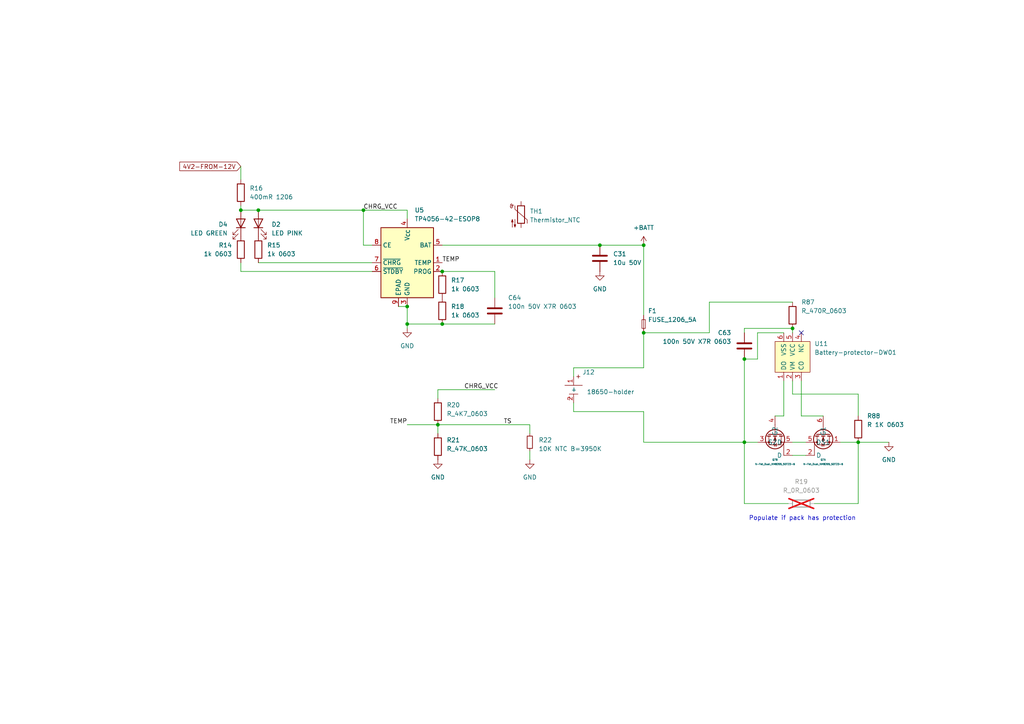
<source format=kicad_sch>
(kicad_sch (version 20250114) (generator "eeschema") (generator_version "9.0")
  (paper "A4")
  (lib_symbols
    (symbol "Battery_Management:TP4056-42-ESOP8"
      (property "Reference" "U" (at -6.604 11.684 0))
      (property "Value" "TP4056-42-ESOP8" (at 10.16 11.684 0))
      (symbol "TP4056-42-ESOP8_1_0"
        (pin input line (at -10.16 5.08 0) (length 2.54) (name "CE") (number "8"))
        (pin open_collector line (at -10.16 0 0) (length 2.54) (name "~{CHRG}") (number "7"))
        (pin open_collector line (at -10.16 -2.54 0) (length 2.54) (name "~{STDBY}") (number "6"))
        (pin passive line (at -2.54 -12.7 90) (length 2.54) (name "EPAD") (number "9"))
        (pin power_in line (at 0 12.7 270) (length 2.54) (name "V_{CC}") (number "4"))
        (pin power_in line (at 0 -12.7 90) (length 2.54) (name "GND") (number "3"))
        (pin power_out line (at 10.16 5.08 180) (length 2.54) (name "BAT") (number "5"))
        (pin input line (at 10.16 0 180) (length 2.54) (name "TEMP") (number "1"))
        (pin passive line (at 10.16 -2.54 180) (length 2.54) (name "PROG") (number "2"))
      )
      (symbol "TP4056-42-ESOP8_1_1"
        (rectangle (start -7.62 10.16) (end 7.62 -10.16) (stroke (width 0.254)) (fill (type background)))
      )
    )
    (symbol "Device:C" (pin_numbers (hide yes)) (pin_names (offset 0.254))
      (property "Reference" "C" (at 0.635 2.54 0))
      (property "Value" "C" (at 0.635 -2.54 0))
      (symbol "C_0_1"
        (polyline (pts (xy -2.032 0.762) (xy 2.032 0.762)) (stroke (width 0.508)))
        (polyline (pts (xy -2.032 -0.762) (xy 2.032 -0.762)) (stroke (width 0.508)))
      )
      (symbol "C_1_1"
        (pin passive line (at 0 3.81 270) (length 2.794) (name "~") (number "1"))
        (pin passive line (at 0 -3.81 90) (length 2.794) (name "~") (number "2"))
      )
    )
    (symbol "Device:LED" (pin_numbers (hide yes)) (pin_names (offset 1.016) (hide yes))
      (property "Reference" "D" (at 0 2.54 0))
      (property "Value" "LED" (at 0 -2.54 0))
      (symbol "LED_0_1"
        (polyline (pts (xy -3.048 -0.762) (xy -4.572 -2.286) (xy -3.81 -2.286) (xy -4.572 -2.286) (xy -4.572 -1.524)))
        (polyline (pts (xy -1.778 -0.762) (xy -3.302 -2.286) (xy -2.54 -2.286) (xy -3.302 -2.286) (xy -3.302 -1.524)))
        (polyline (pts (xy -1.27 0) (xy 1.27 0)))
        (polyline (pts (xy -1.27 -1.27) (xy -1.27 1.27)) (stroke (width 0.254)))
        (polyline (pts (xy 1.27 -1.27) (xy 1.27 1.27) (xy -1.27 0) (xy 1.27 -1.27)) (stroke (width 0.254)))
      )
      (symbol "LED_1_1"
        (pin passive line (at -3.81 0 0) (length 2.54) (name "K") (number "1"))
        (pin passive line (at 3.81 0 180) (length 2.54) (name "A") (number "2"))
      )
    )
    (symbol "Device:R" (pin_numbers (hide yes)) (pin_names (offset 0))
      (property "Reference" "R" (at 2.032 0 90))
      (property "Value" "R" (at 0 0 90))
      (symbol "R_0_1"
        (rectangle (start -1.016 -2.54) (end 1.016 2.54) (stroke (width 0.254)))
      )
      (symbol "R_1_1"
        (pin passive line (at 0 3.81 270) (length 1.27) (name "~") (number "1"))
        (pin passive line (at 0 -3.81 90) (length 1.27) (name "~") (number "2"))
      )
    )
    (symbol "Device:R_Small" (pin_numbers (hide yes)) (pin_names (offset 0.254) (hide yes))
      (property "Reference" "R" (at 0.762 0.508 0))
      (property "Value" "R_Small" (at 0.762 -1.016 0))
      (symbol "R_Small_0_1"
        (rectangle (start -0.762 1.778) (end 0.762 -1.778) (stroke (width 0.2032)))
      )
      (symbol "R_Small_1_1"
        (pin passive line (at 0 2.54 270) (length 0.762) (name "~") (number "1"))
        (pin passive line (at 0 -2.54 90) (length 0.762) (name "~") (number "2"))
      )
    )
    (symbol "Device:Thermistor_NTC" (pin_numbers (hide yes)) (pin_names (offset 0))
      (property "Reference" "TH" (at -4.445 0 90))
      (property "Value" "Thermistor_NTC" (at 3.175 0 90))
      (symbol "Thermistor_NTC_0_1"
        (arc (start -3.175 2.413) (mid -3.0506 2.3165) (end -3.048 2.159))
        (arc (start -3.048 2.794) (mid -2.9736 2.9736) (end -2.794 3.048))
        (arc (start -2.794 3.048) (mid -2.6144 2.9736) (end -2.54 2.794))
        (arc (start -2.794 2.54) (mid -2.9736 2.6144) (end -3.048 2.794))
        (arc (start -2.794 1.905) (mid -2.9736 1.9794) (end -3.048 2.159))
        (arc (start -2.54 2.159) (mid -2.6144 1.9794) (end -2.794 1.905))
        (arc (start -2.159 2.794) (mid -2.434 2.5608) (end -2.794 2.54))
        (polyline (pts (xy -2.54 2.159) (xy -2.54 2.794)))
        (polyline (pts (xy -2.54 -3.683) (xy -2.54 -1.397) (xy -2.794 -2.159) (xy -2.286 -2.159) (xy -2.54 -1.397) (xy -2.54 -1.651)) (fill (type outline)))
        (polyline (pts (xy -1.778 2.54) (xy -1.778 1.524) (xy 1.778 -1.524) (xy 1.778 -2.54)))
        (polyline (pts (xy -1.778 -1.397) (xy -1.778 -3.683) (xy -2.032 -2.921) (xy -1.524 -2.921) (xy -1.778 -3.683) (xy -1.778 -3.429)) (fill (type outline)))
        (rectangle (start -1.016 2.54) (end 1.016 -2.54) (stroke (width 0.254)))
      )
      (symbol "Thermistor_NTC_1_1"
        (pin passive line (at 0 3.81 270) (length 1.27) (name "~") (number "1"))
        (pin passive line (at 0 -3.81 90) (length 1.27) (name "~") (number "2"))
      )
    )
    (symbol "Skrubis:100n 50V X7R 0603" (pin_numbers (hide yes)) (pin_names (offset 0.254))
      (property "Reference" "C?" (at -3.81 1.27 0))
      (property "Value" "100n 50V X7R 0603" (at -3.81 -1.27 0))
      (property "LCSC" "C314282" (at -5.08 0 0))
      (property "Stock" "N" (at -7.62 0 0))
      (symbol "100n 50V X7R 0603_0_1"
        (polyline (pts (xy -2.032 0.762) (xy 2.032 0.762)) (stroke (width 0.508)))
        (polyline (pts (xy -2.032 -0.762) (xy 2.032 -0.762)) (stroke (width 0.508)))
      )
      (symbol "100n 50V X7R 0603_1_1"
        (pin passive line (at 0 3.81 270) (length 2.794) (name "~") (number "1"))
        (pin passive line (at 0 -3.81 90) (length 2.794) (name "~") (number "2"))
      )
    )
    (symbol "Skrubis:Battery-protector-DW01"
      (property "Reference" "U" (at 0 10.16 0))
      (property "Value" "Battery-protector-DW01" (at 0 7.62 0))
      (property "LCSC" "C917079" (at 0 0 0))
      (property "STOCK" "N" (at 0 0 0))
      (symbol "Battery-protector-DW01_0_1"
        (rectangle (start -3.81 6.35) (end 5.08 -3.81) (fill (type background)))
      )
      (symbol "Battery-protector-DW01_1_1"
        (pin passive line (at -6.35 3.81 0) (length 2.54) (name "DO") (number "1"))
        (pin passive line (at -6.35 1.27 0) (length 2.54) (name "VM") (number "2"))
        (pin passive line (at -6.35 -1.27 0) (length 2.54) (name "CO") (number "3"))
        (pin passive line (at 7.62 3.81 180) (length 2.54) (name "VSS") (number "6"))
        (pin passive line (at 7.62 1.27 180) (length 2.54) (name "VCC") (number "5"))
        (pin passive line (at 7.62 -1.27 180) (length 2.54) (name "NC") (number "4"))
      )
    )
    (symbol "Skrubis:FUSE_1206_5A" (pin_numbers (hide yes)) (pin_names (offset 0.254) (hide yes))
      (property "Reference" "F?" (at 0 -5.08 0))
      (property "Value" "FUSE_1206_5A" (at 0 -2.54 0))
      (property "LCSC" "C136351" (at 0 2.54 0))
      (property "STOCK" "N" (at 0 0 0))
      (symbol "FUSE_1206_5A_0_1"
        (rectangle (start -1.27 0.508) (end 1.27 -0.508))
        (polyline (pts (xy -1.27 0) (xy 1.27 0)))
      )
      (symbol "FUSE_1206_5A_1_1"
        (pin passive line (at -2.54 0 0) (length 1.27) (name "~") (number "1"))
        (pin passive line (at 2.54 0 180) (length 1.27) (name "~") (number "2"))
      )
    )
    (symbol "Skrubis:N-Fet_Dual_NM8205_SOT23-6"
      (property "Reference" "Q?" (at -2.54 6.35 0))
      (property "Value" "N-Fet_Dual_NM8205_SOT23-6" (at -6.35 7.62 0))
      (property "LCSC" "C5156806" (at -2.54 3.81 0))
      (property "Stock" "N" (at -1.27 5.08 0))
      (symbol "N-Fet_Dual_NM8205_SOT23-6_0_1"
        (polyline (pts (xy -1.016 1.905) (xy -1.016 -1.905)) (stroke (width 0.254)))
        (polyline (pts (xy -1.016 0) (xy -3.81 0)))
        (polyline (pts (xy -0.508 2.286) (xy -0.508 1.27)) (stroke (width 0.254)))
        (polyline (pts (xy -0.508 0.508) (xy -0.508 -0.508)) (stroke (width 0.254)))
        (polyline (pts (xy -0.508 -1.27) (xy -0.508 -2.286)) (stroke (width 0.254)))
        (polyline (pts (xy -0.508 -1.778) (xy 2.032 -1.778) (xy 2.032 1.778) (xy -0.508 1.778)))
        (polyline (pts (xy -0.254 0) (xy 0.762 0.381) (xy 0.762 -0.381) (xy -0.254 0)) (fill (type outline)))
        (circle (center 0.381 0) (radius 2.794) (stroke (width 0.254)))
        (polyline (pts (xy 1.27 2.54) (xy 1.27 1.778)))
        (polyline (pts (xy 1.27 2.54) (xy 5.08 2.54)))
        (circle (center 1.27 1.778) (radius 0.254) (fill (type outline)))
        (circle (center 1.27 -1.778) (radius 0.254) (fill (type outline)))
        (polyline (pts (xy 1.27 -2.54) (xy 1.27 0) (xy -0.508 0)))
        (polyline (pts (xy 1.524 0.508) (xy 1.651 0.381) (xy 2.413 0.381) (xy 2.54 0.254)))
        (polyline (pts (xy 2.032 0.381) (xy 1.651 -0.254) (xy 2.413 -0.254) (xy 2.032 0.381)))
        (pin passive line (at 1.27 5.08 270) (length 2.54) (name "D") (number "5"))
        (pin passive line (at 5.08 5.08 270) (length 2.54) (name "D") (number "2"))
      )
      (symbol "N-Fet_Dual_NM8205_SOT23-6_1_1"
        (pin input line (at -6.35 0 0) (length 2.54) (name "G1") (number "6"))
        (pin passive line (at 1.27 -5.08 90) (length 2.54) (name "S1") (number "1"))
      )
      (symbol "N-Fet_Dual_NM8205_SOT23-6_2_1"
        (pin passive line (at -6.35 0 0) (length 2.54) (name "G2") (number "4"))
        (pin passive line (at 1.27 -5.08 90) (length 2.54) (name "S2") (number "3"))
      )
    )
    (symbol "Skrubis:R 1K 0603" (pin_numbers (hide yes)) (pin_names (offset 0))
      (property "Reference" "R?" (at -2.54 0 90))
      (property "Value" "R 1K 0603" (at 2.54 0 90))
      (property "LCSC" "C25585" (at 5.08 0 90))
      (property "STOCK" "Y" (at 0 0 0))
      (symbol "R 1K 0603_0_1"
        (rectangle (start -1.016 -2.54) (end 1.016 2.54) (stroke (width 0.254)))
      )
      (symbol "R 1K 0603_1_1"
        (pin passive line (at 0 3.81 270) (length 1.27) (name "~") (number "1"))
        (pin passive line (at 0 -3.81 90) (length 1.27) (name "~") (number "2"))
      )
    )
    (symbol "Skrubis:R_0R_0603" (pin_numbers (hide yes)) (pin_names (offset 0))
      (property "Reference" "R?" (at 0 11.43 90))
      (property "Value" "R_0R_0603" (at 0 8.89 90))
      (property "LCSC" "C2907080" (at 0 6.35 90))
      (property "STOCK" "N" (at 0 3.81 90))
      (symbol "R_0R_0603_0_1"
        (rectangle (start -1.016 -2.54) (end 1.016 2.54) (stroke (width 0.254)))
      )
      (symbol "R_0R_0603_1_1"
        (pin passive line (at 0 3.81 270) (length 1.27) (name "~") (number "1"))
        (pin passive line (at 0 -3.81 90) (length 1.27) (name "~") (number "2"))
      )
    )
    (symbol "Skrubis:R_100K_0603" (pin_numbers (hide yes)) (pin_names (offset 0))
      (property "Reference" "R?" (at 2.54 3.8101 0))
      (property "Value" "R_100K_0603" (at 2.54 1.2701 0))
      (property "LCSC" "C2907088" (at 2.54 -1.2699 0))
      (property "STOCK" "N" (at 2.54 -3.8099 0))
      (symbol "R_100K_0603_0_1"
        (rectangle (start -1.016 -2.54) (end 1.016 2.54) (stroke (width 0.254)))
      )
      (symbol "R_100K_0603_1_1"
        (pin passive line (at 0 3.81 270) (length 1.27) (name "~") (number "1"))
        (pin passive line (at 0 -3.81 90) (length 1.27) (name "~") (number "2"))
      )
    )
    (symbol "Skrubis:R_470R_0603" (pin_numbers (hide yes)) (pin_names (offset 0))
      (property "Reference" "R?" (at -3.81 2.54 90))
      (property "Value" "R_470R_0603" (at -3.81 0 90))
      (property "LCSC" "C2907172" (at -2.54 0 90))
      (property "STOCK" "N" (at -2.54 2.54 90))
      (symbol "R_470R_0603_0_1"
        (rectangle (start -1.016 -2.54) (end 1.016 2.54) (stroke (width 0.254)))
      )
      (symbol "R_470R_0603_1_1"
        (pin passive line (at 0 3.81 270) (length 1.27) (name "~") (number "1"))
        (pin passive line (at 0 -3.81 90) (length 1.27) (name "~") (number "2"))
      )
    )
    (symbol "power:+BATT" (power) (pin_numbers (hide yes)) (pin_names (offset 0) (hide yes))
      (property "Value" "+BATT" (at 0 3.556 0))
      (symbol "+BATT_0_1"
        (polyline (pts (xy -0.762 1.27) (xy 0 2.54)))
        (polyline (pts (xy 0 2.54) (xy 0.762 1.27)))
        (polyline (pts (xy 0 0) (xy 0 2.54)))
      )
      (symbol "+BATT_1_1"
        (pin power_in line (at 0 0 90) (length 0) (name "~") (number "1"))
      )
    )
    (symbol "power:GND" (power) (pin_numbers (hide yes)) (pin_names (offset 0) (hide yes))
      (property "Value" "GND" (at 0 -3.81 0))
      (symbol "GND_0_1"
        (polyline (pts (xy 0 0) (xy 0 -1.27) (xy 1.27 -1.27) (xy 0 -2.54) (xy -1.27 -1.27) (xy 0 -1.27)))
      )
      (symbol "GND_1_1"
        (pin power_in line (at 0 0 270) (length 0) (name "~") (number "1"))
      )
    )
    (symbol "rp2040-pi:18650-holder-plastic"
      (property "Reference" "J" (at 0 0 0))
      (property "Value" "18650-holder" (at 0 -1.27 0))
      (symbol "18650-holder-plastic_0_0"
        (text "+" (at -3.81 -3.81 0) (effects (font (size 1.27 1.27))))
        (text "-" (at 2.54 -6.35 0) (effects (font (size 1.27 1.27))))
      )
      (symbol "18650-holder-plastic_0_1"
        (polyline (pts (xy -1.27 -7.62) (xy -1.27 -2.54)))
        (polyline (pts (xy 1.27 -3.81) (xy 1.27 -6.35)))
      )
      (symbol "18650-holder-plastic_1_1"
        (pin input line (at -3.81 -5.08 0) (length 2.54) (name "+") (number "1"))
        (pin input line (at 3.81 -5.08 180) (length 2.54) (name "-") (number "2"))
      )
    )
  )
  (text "Populate if pack has protection" (at 217.17 151.13 0) (effects (font (size 1.27 1.27)) (justify left bottom)))
  (junction (at 118.11 88.9))
  (junction (at 69.85 60.96))
  (junction (at 215.9 104.14))
  (junction (at 186.69 96.52))
  (junction (at 248.92 128.27))
  (junction (at 118.11 93.98))
  (junction (at 215.9 128.27))
  (junction (at 127 123.19))
  (junction (at 105.41 60.96))
  (junction (at 173.99 71.12))
  (junction (at 74.93 60.96))
  (junction (at 128.27 78.74))
  (junction (at 229.87 95.25))
  (junction (at 128.27 93.98))
  (junction (at 186.69 71.12))
  (no_connect (at 232.41 96.52))
  (wire (pts (xy 205.74 96.52) (xy 186.69 96.52)))
  (wire (pts (xy 205.74 87.63) (xy 205.74 96.52)))
  (wire (pts (xy 143.51 113.03) (xy 127 113.03)))
  (wire (pts (xy 227.33 96.52) (xy 219.71 96.52)))
  (wire (pts (xy 215.9 128.27) (xy 219.71 128.27)))
  (wire (pts (xy 74.93 76.2) (xy 107.95 76.2)))
  (wire (pts (xy 69.85 59.69) (xy 69.85 60.96)))
  (wire (pts (xy 227.33 110.49) (xy 227.33 120.65)))
  (wire (pts (xy 118.11 95.25) (xy 118.11 93.98)))
  (wire (pts (xy 228.6 146.05) (xy 215.9 146.05)))
  (wire (pts (xy 186.69 119.38) (xy 186.69 128.27)))
  (wire (pts (xy 127 123.19) (xy 127 125.73)))
  (wire (pts (xy 166.37 119.38) (xy 166.37 116.84)))
  (wire (pts (xy 153.67 123.19) (xy 153.67 125.73)))
  (wire (pts (xy 248.92 128.27) (xy 257.81 128.27)))
  (wire (pts (xy 105.41 60.96) (xy 105.41 71.12)))
  (wire (pts (xy 115.57 88.9) (xy 118.11 88.9)))
  (wire (pts (xy 236.22 146.05) (xy 248.92 146.05)))
  (wire (pts (xy 215.9 146.05) (xy 215.9 128.27)))
  (wire (pts (xy 227.33 120.65) (xy 224.79 120.65)))
  (wire (pts (xy 232.41 120.65) (xy 238.76 120.65)))
  (wire (pts (xy 143.51 78.74) (xy 128.27 78.74)))
  (wire (pts (xy 229.87 95.25) (xy 229.87 96.52)))
  (wire (pts (xy 186.69 96.52) (xy 186.69 106.68)))
  (wire (pts (xy 69.85 78.74) (xy 107.95 78.74)))
  (wire (pts (xy 74.93 60.96) (xy 105.41 60.96)))
  (wire (pts (xy 153.67 130.81) (xy 153.67 133.35)))
  (wire (pts (xy 127 123.19) (xy 153.67 123.19)))
  (wire (pts (xy 166.37 119.38) (xy 186.69 119.38)))
  (wire (pts (xy 118.11 60.96) (xy 118.11 63.5)))
  (wire (pts (xy 105.41 60.96) (xy 118.11 60.96)))
  (wire (pts (xy 69.85 78.74) (xy 69.85 76.2)))
  (wire (pts (xy 215.9 96.52) (xy 215.9 95.25)))
  (wire (pts (xy 248.92 146.05) (xy 248.92 128.27)))
  (wire (pts (xy 229.87 132.08) (xy 233.68 132.08)))
  (wire (pts (xy 173.99 71.12) (xy 186.69 71.12)))
  (wire (pts (xy 232.41 110.49) (xy 232.41 120.65)))
  (wire (pts (xy 107.95 71.12) (xy 105.41 71.12)))
  (wire (pts (xy 118.11 93.98) (xy 118.11 88.9)))
  (wire (pts (xy 219.71 96.52) (xy 219.71 104.14)))
  (wire (pts (xy 215.9 104.14) (xy 215.9 128.27)))
  (wire (pts (xy 229.87 128.27) (xy 233.68 128.27)))
  (wire (pts (xy 186.69 128.27) (xy 215.9 128.27)))
  (wire (pts (xy 118.11 123.19) (xy 127 123.19)))
  (wire (pts (xy 127 113.03) (xy 127 115.57)))
  (wire (pts (xy 229.87 110.49) (xy 229.87 114.3)))
  (wire (pts (xy 243.84 128.27) (xy 248.92 128.27)))
  (wire (pts (xy 215.9 95.25) (xy 229.87 95.25)))
  (wire (pts (xy 128.27 71.12) (xy 173.99 71.12)))
  (wire (pts (xy 229.87 87.63) (xy 205.74 87.63)))
  (wire (pts (xy 69.85 60.96) (xy 74.93 60.96)))
  (wire (pts (xy 219.71 104.14) (xy 215.9 104.14)))
  (wire (pts (xy 69.85 48.26) (xy 69.85 52.07)))
  (wire (pts (xy 248.92 114.3) (xy 248.92 120.65)))
  (wire (pts (xy 128.27 93.98) (xy 143.51 93.98)))
  (wire (pts (xy 186.69 71.12) (xy 186.69 91.44)))
  (wire (pts (xy 118.11 93.98) (xy 128.27 93.98)))
  (wire (pts (xy 166.37 106.68) (xy 186.69 106.68)))
  (wire (pts (xy 166.37 109.22) (xy 166.37 106.68)))
  (wire (pts (xy 143.51 86.36) (xy 143.51 78.74)))
  (wire (pts (xy 229.87 114.3) (xy 248.92 114.3)))
  (label "TEMP" (at 118.11 123.19 180))
  (label "TS" (at 146.05 123.19 0))
  (label "TEMP" (at 128.27 76.2 0))
  (label "CHRG_VCC" (at 134.62 113.03 0))
  (label "CHRG_VCC" (at 105.41 60.96 0))
  (global_label "4V2-FROM-12V" (shape input) (at 69.85 48.26 180) (property "Intersheetrefs" "${INTERSHEET_REFS}" (effects (hide yes))))
  (symbol (lib_id "power:GND") (at 153.67 133.35 0) (unit 1)
    (property "Reference" "#PWR0104" (effects (hide yes)))
    (property "Value" "GND" (at 153.67 138.43 0))
  )
  (symbol (lib_id "Skrubis:N-Fet_Dual_NM8205_SOT23-6") (at 224.79 127 270) (unit 2)
    (property "Reference" "Q7" (at 224.79 133.35 90) (effects (font (size 0.5 0.5))))
    (property "Value" "N-Fet_Dual_NM8205_SOT23-6" (at 224.79 134.62 90) (effects (font (size 0.5 0.5))))
    (property "Footprint" "Package_TO_SOT_SMD:SOT-23-6" (effects (hide yes)))
    (property "Datasheet" "https://datasheet.lcsc.com/lcsc/2208301630_Shandong-Jingdao-Microelectronics-NM8205_C5156806.pdf" (effects (hide yes)))
    (property "LCSC" "C5156806" (effects (hide yes)))
    (property "Stock" "N" (effects (hide yes)))
  )
  (symbol (lib_id "rp2040-pi:18650-holder-plastic") (at 171.45 113.03 270) (unit 1)
    (property "Reference" "J12" (at 168.91 107.95 90) (effects (justify left)))
    (property "Value" "18650-holder" (at 170.18 113.665 90) (effects (justify left)))
    (property "Footprint" "rp2040-pi:C5290175-18650-holder" (effects (hide yes)))
    (property "Datasheet" "https://datasheet.lcsc.com/lcsc/2211291730_MYOUNG-BH-18650-A1AJ006_C5290175.pdf" (effects (hide yes)))
    (property "LCSC" "C5290175" (effects (hide yes)))
  )
  (symbol (lib_id "Device:R") (at 69.85 55.88 0) (unit 1)
    (property "Reference" "R16" (at 72.39 54.6099 0) (effects (justify left)))
    (property "Value" "400mR 1206" (at 72.39 57.1499 0) (effects (justify left)))
    (property "Footprint" "Resistor_SMD:R_1206_3216Metric" (effects (hide yes)))
    (property "Description" "Resistor" (effects (hide yes)))
    (property "LCSC" "C912792" (effects (hide yes)))
  )
  (symbol (lib_id "power:GND") (at 173.99 78.74 0) (unit 1)
    (property "Reference" "#PWR019" (effects (hide yes)))
    (property "Value" "GND" (at 173.99 83.82 0))
    (property "Description" "Power symbol creates a global label with name \"GND\" , ground" (effects (hide yes)))
  )
  (symbol (lib_id "power:GND") (at 257.81 128.27 0) (unit 1)
    (property "Reference" "#PWR074" (effects (hide yes)))
    (property "Value" "GND" (at 257.81 133.35 0))
  )
  (symbol (lib_id "Skrubis:R_0R_0603") (at 232.41 146.05 90) (unit 1) (dnp yes)
    (property "Reference" "R19" (at 232.41 139.7 90))
    (property "Value" "R_0R_0603" (at 232.41 142.24 90))
    (property "Footprint" "Resistor_SMD:R_0603_1608Metric" (effects (hide yes)))
    (property "LCSC" "C2907080" (effects (hide yes)))
    (property "STOCK" "N" (effects (hide yes)))
  )
  (symbol (lib_id "Skrubis:Battery-protector-DW01") (at 231.14 104.14 90) (unit 1)
    (property "Reference" "U11" (at 236.22 99.6949 90) (effects (justify right)))
    (property "Value" "Battery-protector-DW01" (at 236.22 102.2349 90) (effects (justify right)))
    (property "Footprint" "Package_TO_SOT_SMD:SOT-23-6" (effects (hide yes)))
    (property "Datasheet" "https://datasheet.lcsc.com/lcsc/2112011530_JSMSEMI-DW01_C917079.pdf" (effects (hide yes)))
    (property "LCSC" "C917079" (effects (hide yes)))
    (property "STOCK" "N" (effects (hide yes)))
  )
  (symbol (lib_id "Device:LED") (at 69.85 64.77 270) (mirror x) (unit 1)
    (property "Reference" "D4" (at 66.04 65.0874 90) (effects (justify right)))
    (property "Value" "LED GREEN" (at 66.04 67.6274 90) (effects (justify right)))
    (property "Footprint" "LED_SMD:LED_0805_2012Metric" (effects (hide yes)))
    (property "Description" "Light emitting diode" (effects (hide yes)))
    (property "Sim.Pins" "1=K 2=A" (effects (hide yes)))
    (property "LCSC" "C5875740" (effects (hide yes)))
  )
  (symbol (lib_id "Skrubis:100n 50V X7R 0603") (at 143.51 90.17 0) (unit 1)
    (property "Reference" "C64" (at 147.32 86.3599 0) (effects (justify left)))
    (property "Value" "100n 50V X7R 0603" (at 147.32 88.8999 0) (effects (justify left)))
    (property "Footprint" "Capacitor_SMD:C_0603_1608Metric" (effects (hide yes)))
    (property "LCSC" "C314282" (effects (hide yes)))
    (property "Stock" "N" (effects (hide yes)))
  )
  (symbol (lib_id "power:GND") (at 127 133.35 0) (unit 1)
    (property "Reference" "#PWR091" (effects (hide yes)))
    (property "Value" "GND" (at 127 138.43 0))
  )
  (symbol (lib_id "Skrubis:FUSE_1206_5A") (at 186.69 93.98 270) (mirror x) (unit 1)
    (property "Reference" "F1" (at 187.96 90.1699 90) (effects (justify left)))
    (property "Value" "FUSE_1206_5A" (at 187.96 92.7099 90) (effects (justify left)))
    (property "Footprint" "Fuse:Fuse_1206_3216Metric" (effects (hide yes)))
    (property "Datasheet" "https://datasheet.lcsc.com/lcsc/1809211128_Shenzhen-JDT-Fuse-JFC1206-1500FS_C136351.pdf" (effects (hide yes)))
    (property "LCSC" "C883136" (effects (hide yes)))
    (property "STOCK" "N" (effects (hide yes)))
  )
  (symbol (lib_id "Skrubis:R_100K_0603") (at 127 129.54 0) (unit 1)
    (property "Reference" "R21" (at 129.54 127.635 0) (effects (justify left)))
    (property "Value" "R_47K_0603" (at 129.54 130.175 0) (effects (justify left)))
    (property "Footprint" "Resistor_SMD:R_0603_1608Metric" (effects (hide yes)))
    (property "LCSC" "C2907173" (effects (hide yes)))
    (property "STOCK" "N" (effects (hide yes)))
  )
  (symbol (lib_id "Skrubis:R_470R_0603") (at 229.87 91.44 0) (unit 1)
    (property "Reference" "R87" (at 232.41 87.6299 0) (effects (justify left)))
    (property "Value" "R_470R_0603" (at 232.41 90.1699 0) (effects (justify left)))
    (property "Footprint" "Resistor_SMD:R_0603_1608Metric" (effects (hide yes)))
    (property "LCSC" "C2907172" (effects (hide yes)))
    (property "STOCK" "N" (effects (hide yes)))
  )
  (symbol (lib_id "Device:C") (at 173.99 74.93 0) (unit 1)
    (property "Reference" "C31" (at 177.8 73.6599 0) (effects (justify left)))
    (property "Value" "10u 50V" (at 177.8 76.1999 0) (effects (justify left)))
    (property "Footprint" "Capacitor_SMD:C_1206_3216Metric" (effects (hide yes)))
    (property "Description" "Unpolarized capacitor" (effects (hide yes)))
    (property "LCSC" "C13585" (effects (hide yes)))
  )
  (symbol (lib_id "power:GND") (at 118.11 95.25 0) (unit 1)
    (property "Reference" "#PWR017" (effects (hide yes)))
    (property "Value" "GND" (at 118.11 100.33 0))
    (property "Description" "Power symbol creates a global label with name \"GND\" , ground" (effects (hide yes)))
  )
  (symbol (lib_id "Device:R") (at 74.93 72.39 0) (unit 1)
    (property "Reference" "R15" (at 77.47 71.1199 0) (effects (justify left)))
    (property "Value" "1k 0603" (at 77.47 73.6599 0) (effects (justify left)))
    (property "Footprint" "Resistor_SMD:R_0603_1608Metric" (effects (hide yes)))
    (property "Description" "Resistor" (effects (hide yes)))
    (property "LCSC" "C2907113" (effects (hide yes)))
  )
  (symbol (lib_id "power:+BATT") (at 186.69 71.12 0) (unit 1)
    (property "Reference" "#PWR021" (effects (hide yes)))
    (property "Value" "+BATT" (at 186.69 66.04 0))
    (property "Description" "Power symbol creates a global label with name \"+BATT\"" (effects (hide yes)))
  )
  (symbol (lib_id "Battery_Management:TP4056-42-ESOP8") (at 118.11 76.2 0) (unit 1)
    (property "Reference" "U5" (at 120.2533 60.96 0) (effects (justify left)))
    (property "Value" "TP4056-42-ESOP8" (at 120.2533 63.5 0) (effects (justify left)))
    (property "Footprint" "Package_SO:SOIC-8-1EP_3.9x4.9mm_P1.27mm_EP2.41x3.3mm_ThermalVias" (effects (hide yes)))
    (property "Datasheet" "https://www.lcsc.com/datasheet/lcsc_datasheet_2410121619_TOPPOWER-Nanjing-Extension-Microelectronics-TP4056-42-ESOP8_C16581.pdf" (effects (hide yes)))
    (property "Description" "1A Standalone Linear Li-ion/LiPo single-cell battery charger, 4.2V ±1% charge voltage, VCC = 4.0..8.0V, SOIC-8 (SOP-8)" (effects (hide yes)))
  )
  (symbol (lib_id "Device:R_Small") (at 153.67 128.27 0) (unit 1)
    (property "Reference" "R22" (at 156.21 127.635 0) (effects (justify left)))
    (property "Value" "10K NTC B=3950K" (at 156.21 130.175 0) (effects (justify left)))
    (property "Footprint" "Resistor_SMD:R_0603_1608Metric" (effects (hide yes)))
    (property "LCSC" "C279936" (effects (hide yes)))
  )
  (symbol (lib_id "Skrubis:R_100K_0603") (at 127 119.38 0) (unit 1)
    (property "Reference" "R20" (at 129.54 117.475 0) (effects (justify left)))
    (property "Value" "R_4K7_0603" (at 129.54 120.015 0) (effects (justify left)))
    (property "Footprint" "Resistor_SMD:R_0603_1608Metric" (effects (hide yes)))
    (property "LCSC" "C23162" (effects (hide yes)))
    (property "STOCK" "N" (effects (hide yes)))
  )
  (symbol (lib_id "Skrubis:100n 50V X7R 0603") (at 215.9 100.33 0) (mirror y) (unit 1)
    (property "Reference" "C63" (at 212.09 96.5199 0) (effects (justify left)))
    (property "Value" "100n 50V X7R 0603" (at 212.09 99.0599 0) (effects (justify left)))
    (property "Footprint" "Capacitor_SMD:C_0603_1608Metric" (effects (hide yes)))
    (property "LCSC" "C314282" (effects (hide yes)))
    (property "Stock" "N" (effects (hide yes)))
  )
  (symbol (lib_id "Skrubis:R 1K 0603") (at 248.92 124.46 0) (unit 1)
    (property "Reference" "R88" (at 251.46 120.6499 0) (effects (justify left)))
    (property "Value" "R 1K 0603" (at 251.46 123.1899 0) (effects (justify left)))
    (property "Footprint" "Resistor_SMD:R_0603_1608Metric" (effects (hide yes)))
    (property "LCSC" "C25585" (effects (hide yes)))
    (property "STOCK" "Y" (effects (hide yes)))
  )
  (symbol (lib_id "Device:R") (at 128.27 90.17 0) (unit 1)
    (property "Reference" "R18" (at 130.81 88.8999 0) (effects (justify left)))
    (property "Value" "1k 0603" (at 130.81 91.4399 0) (effects (justify left)))
    (property "Footprint" "Resistor_SMD:R_0603_1608Metric" (effects (hide yes)))
    (property "Description" "Resistor" (effects (hide yes)))
    (property "LCSC" "C2907113" (effects (hide yes)))
  )
  (symbol (lib_id "Device:LED") (at 74.93 64.77 90) (unit 1)
    (property "Reference" "D2" (at 78.74 65.0874 90) (effects (justify right)))
    (property "Value" "LED PINK" (at 78.74 67.6274 90) (effects (justify right)))
    (property "Footprint" "LED_SMD:LED_0805_2012Metric" (effects (hide yes)))
    (property "Description" "Light emitting diode" (effects (hide yes)))
    (property "Sim.Pins" "1=K 2=A" (effects (hide yes)))
    (property "LCSC" "C965821" (effects (hide yes)))
  )
  (symbol (lib_id "Device:R") (at 128.27 82.55 0) (unit 1)
    (property "Reference" "R17" (at 130.81 81.2799 0) (effects (justify left)))
    (property "Value" "1k 0603" (at 130.81 83.8199 0) (effects (justify left)))
    (property "Footprint" "Resistor_SMD:R_0603_1608Metric" (effects (hide yes)))
    (property "Description" "Resistor" (effects (hide yes)))
    (property "LCSC" "C2907113" (effects (hide yes)))
  )
  (symbol (lib_id "Device:Thermistor_NTC") (at 151.13 62.23 0) (unit 1)
    (property "Reference" "TH1" (at 153.67 61.2774 0) (effects (justify left)))
    (property "Value" "Thermistor_NTC" (at 153.67 63.8174 0) (effects (justify left)))
    (property "Description" "Temperature dependent resistor, negative temperature coefficient" (effects (hide yes)))
  )
  (symbol (lib_id "Skrubis:N-Fet_Dual_NM8205_SOT23-6") (at 238.76 127 90) (mirror x) (unit 1)
    (property "Reference" "Q7" (at 238.76 133.35 90) (effects (font (size 0.5 0.5))))
    (property "Value" "N-Fet_Dual_NM8205_SOT23-6" (at 238.76 134.62 90) (effects (font (size 0.5 0.5))))
    (property "Footprint" "Package_TO_SOT_SMD:SOT-23-6" (effects (hide yes)))
    (property "Datasheet" "https://datasheet.lcsc.com/lcsc/2208301630_Shandong-Jingdao-Microelectronics-NM8205_C5156806.pdf" (effects (hide yes)))
    (property "LCSC" "C5156806" (effects (hide yes)))
    (property "Stock" "N" (effects (hide yes)))
  )
  (symbol (lib_id "Device:R") (at 69.85 72.39 0) (mirror y) (unit 1)
    (property "Reference" "R14" (at 67.31 71.1199 0) (effects (justify left)))
    (property "Value" "1k 0603" (at 67.31 73.6599 0) (effects (justify left)))
    (property "Footprint" "Resistor_SMD:R_0603_1608Metric" (effects (hide yes)))
    (property "Description" "Resistor" (effects (hide yes)))
    (property "LCSC" "C2907113" (effects (hide yes)))
  )
)
</source>
